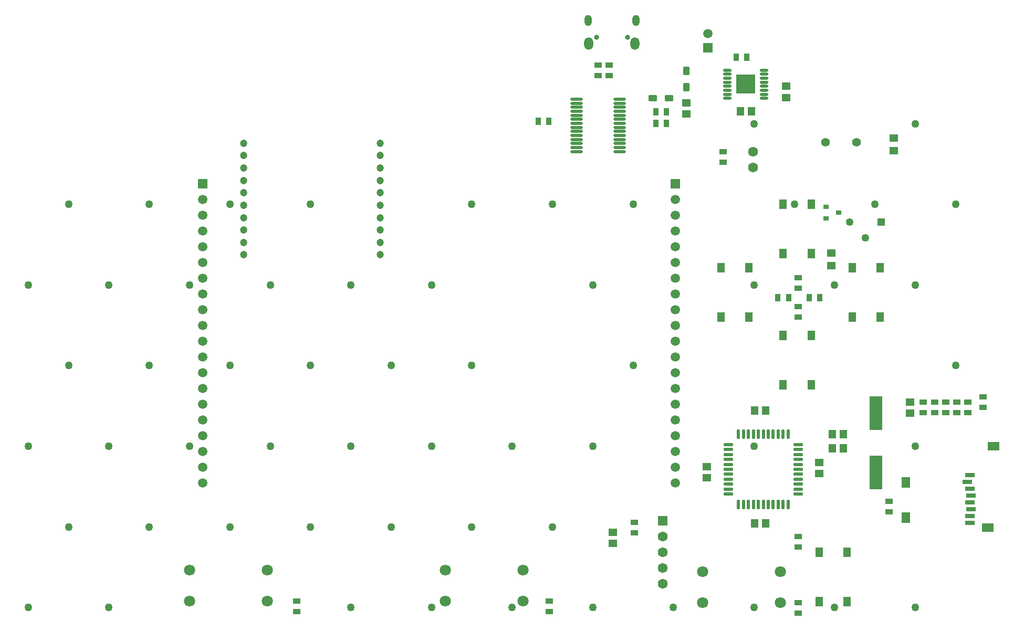
<source format=gbr>
%TF.GenerationSoftware,Altium Limited,Altium Designer,21.6.1 (37)*%
G04 Layer_Color=8388736*
%FSLAX43Y43*%
%MOMM*%
%TF.SameCoordinates,2DC9C271-DD38-4FBD-9B37-034AA9505664*%
%TF.FilePolarity,Negative*%
%TF.FileFunction,Soldermask,Top*%
%TF.Part,Single*%
G01*
G75*
%TA.AperFunction,SMDPad,CuDef*%
%ADD10R,1.300X1.550*%
G04:AMPARAMS|DCode=11|XSize=1.4mm|YSize=1mm|CornerRadius=0.2mm|HoleSize=0mm|Usage=FLASHONLY|Rotation=90.000|XOffset=0mm|YOffset=0mm|HoleType=Round|Shape=RoundedRectangle|*
%AMROUNDEDRECTD11*
21,1,1.400,0.600,0,0,90.0*
21,1,1.000,1.000,0,0,90.0*
1,1,0.400,0.300,0.500*
1,1,0.400,0.300,-0.500*
1,1,0.400,-0.300,-0.500*
1,1,0.400,-0.300,0.500*
%
%ADD11ROUNDEDRECTD11*%
%ADD12R,1.400X1.200*%
%ADD13R,1.450X1.200*%
%ADD14R,2.000X5.500*%
%ADD15R,1.300X0.850*%
%ADD16R,1.500X0.800*%
%ADD17R,1.900X1.400*%
%ADD18R,1.400X1.800*%
%ADD19O,1.600X0.550*%
%ADD20O,0.550X1.600*%
G04:AMPARAMS|DCode=21|XSize=1.4mm|YSize=1mm|CornerRadius=0.2mm|HoleSize=0mm|Usage=FLASHONLY|Rotation=0.000|XOffset=0mm|YOffset=0mm|HoleType=Round|Shape=RoundedRectangle|*
%AMROUNDEDRECTD21*
21,1,1.400,0.600,0,0,0.0*
21,1,1.000,1.000,0,0,0.0*
1,1,0.400,0.500,-0.300*
1,1,0.400,-0.500,-0.300*
1,1,0.400,-0.500,0.300*
1,1,0.400,0.500,0.300*
%
%ADD21ROUNDEDRECTD21*%
%ADD22O,1.400X0.450*%
%ADD23R,3.100X3.100*%
%ADD24O,2.000X0.450*%
%ADD25R,0.900X0.800*%
%ADD26R,0.850X1.300*%
%ADD27R,1.200X1.400*%
%TA.AperFunction,ComponentPad*%
%ADD31R,1.500X1.500*%
%ADD32C,1.500*%
%ADD33C,1.200*%
%ADD34C,1.600*%
%ADD35C,1.400*%
%ADD36C,1.800*%
%ADD37R,1.600X1.600*%
%ADD38R,1.250X1.250*%
%ADD39C,1.250*%
%ADD40C,0.800*%
%ADD41O,1.150X1.800*%
%ADD42O,1.450X2.000*%
%TA.AperFunction,ViaPad*%
%ADD44C,1.270*%
%ADD45C,0.750*%
D10*
X121641Y56870D02*
D03*
X126141Y64820D02*
D03*
X121641D02*
D03*
X126141Y56870D02*
D03*
X142841D02*
D03*
X147341Y64820D02*
D03*
Y56870D02*
D03*
X142841Y64820D02*
D03*
X141991Y18868D02*
D03*
X137491Y10918D02*
D03*
Y18868D02*
D03*
X141991Y10918D02*
D03*
X131711Y67100D02*
D03*
X136211Y75050D02*
D03*
X131711D02*
D03*
X136211Y67100D02*
D03*
Y45900D02*
D03*
X131711Y53850D02*
D03*
X136211D02*
D03*
X131711Y45900D02*
D03*
D11*
X116100Y93900D02*
D03*
Y96500D02*
D03*
D12*
X116100Y91416D02*
D03*
Y89616D02*
D03*
X119387Y32725D02*
D03*
Y30925D02*
D03*
X152200Y41350D02*
D03*
Y43150D02*
D03*
X137491Y33369D02*
D03*
Y31569D02*
D03*
X104250Y22150D02*
D03*
Y20350D02*
D03*
X132164Y92259D02*
D03*
Y94059D02*
D03*
D13*
X139500Y65125D02*
D03*
Y67125D02*
D03*
X149500Y85700D02*
D03*
Y83700D02*
D03*
D14*
X146691Y41300D02*
D03*
Y31800D02*
D03*
D15*
X161500Y43100D02*
D03*
Y41400D02*
D03*
X159700Y43100D02*
D03*
Y41400D02*
D03*
X157899Y43100D02*
D03*
Y41400D02*
D03*
X156099Y43100D02*
D03*
Y41400D02*
D03*
X148750Y27100D02*
D03*
Y25400D02*
D03*
X134150Y9050D02*
D03*
Y10750D02*
D03*
X122034Y83475D02*
D03*
Y81775D02*
D03*
X154299Y41400D02*
D03*
Y43100D02*
D03*
X163900Y43950D02*
D03*
Y42250D02*
D03*
X94000Y11035D02*
D03*
Y9335D02*
D03*
X53250Y11035D02*
D03*
Y9335D02*
D03*
X134161Y56795D02*
D03*
Y58495D02*
D03*
X134150Y21408D02*
D03*
Y19708D02*
D03*
X134161Y63155D02*
D03*
Y61455D02*
D03*
X107750Y23700D02*
D03*
Y22000D02*
D03*
X103683Y95800D02*
D03*
Y97500D02*
D03*
X101883Y95800D02*
D03*
Y97500D02*
D03*
D16*
X161800Y31340D02*
D03*
X161400Y30240D02*
D03*
X161800Y29140D02*
D03*
X162000Y28040D02*
D03*
X161800Y26940D02*
D03*
X162000Y25840D02*
D03*
X161800Y24740D02*
D03*
Y23640D02*
D03*
D17*
X165650Y36000D02*
D03*
X164650Y22850D02*
D03*
D18*
X151500Y30150D02*
D03*
Y24450D02*
D03*
D19*
X122850Y36275D02*
D03*
Y35475D02*
D03*
Y34675D02*
D03*
Y33875D02*
D03*
Y33075D02*
D03*
Y32275D02*
D03*
Y31475D02*
D03*
Y30675D02*
D03*
Y29875D02*
D03*
Y29075D02*
D03*
Y28275D02*
D03*
X134150D02*
D03*
Y29075D02*
D03*
Y29875D02*
D03*
Y30675D02*
D03*
Y31475D02*
D03*
Y32275D02*
D03*
Y33075D02*
D03*
Y33875D02*
D03*
Y34675D02*
D03*
Y35475D02*
D03*
Y36275D02*
D03*
D20*
X124500Y26625D02*
D03*
X125300D02*
D03*
X126100D02*
D03*
X126900D02*
D03*
X127700D02*
D03*
X128500D02*
D03*
X129300D02*
D03*
X130100D02*
D03*
X130900D02*
D03*
X131700D02*
D03*
X132500D02*
D03*
Y37925D02*
D03*
X131700D02*
D03*
X130900D02*
D03*
X130100D02*
D03*
X129300D02*
D03*
X128500D02*
D03*
X127700D02*
D03*
X126900D02*
D03*
X126100D02*
D03*
X125300D02*
D03*
X124500D02*
D03*
D21*
X113300Y92100D02*
D03*
X110700D02*
D03*
D22*
X122734Y92759D02*
D03*
Y92109D02*
D03*
Y94059D02*
D03*
Y93409D02*
D03*
Y94709D02*
D03*
Y95359D02*
D03*
Y96009D02*
D03*
Y96659D02*
D03*
X128634Y92759D02*
D03*
Y92109D02*
D03*
Y93409D02*
D03*
Y94059D02*
D03*
Y94709D02*
D03*
Y95359D02*
D03*
Y96009D02*
D03*
Y96659D02*
D03*
D23*
X125684Y94384D02*
D03*
D24*
X105333Y83525D02*
D03*
Y84175D02*
D03*
Y84825D02*
D03*
Y85475D02*
D03*
Y86125D02*
D03*
Y86775D02*
D03*
Y87425D02*
D03*
Y88075D02*
D03*
Y88725D02*
D03*
Y89375D02*
D03*
Y90025D02*
D03*
Y90675D02*
D03*
Y91325D02*
D03*
Y91975D02*
D03*
X98433Y83525D02*
D03*
Y84175D02*
D03*
Y84825D02*
D03*
Y85475D02*
D03*
Y86125D02*
D03*
Y86775D02*
D03*
Y87425D02*
D03*
Y88075D02*
D03*
Y88725D02*
D03*
Y89375D02*
D03*
Y90025D02*
D03*
Y90675D02*
D03*
Y91325D02*
D03*
Y91975D02*
D03*
D25*
X140630Y73689D02*
D03*
X138630Y74639D02*
D03*
Y72739D02*
D03*
D26*
X130861Y59985D02*
D03*
X132561D02*
D03*
X137600D02*
D03*
X135900D02*
D03*
X124134Y98750D02*
D03*
X125834D02*
D03*
X93900Y88400D02*
D03*
X92200D02*
D03*
X111150Y88075D02*
D03*
X112850D02*
D03*
X112850Y89900D02*
D03*
X111150D02*
D03*
D27*
X128875Y41750D02*
D03*
X127075D02*
D03*
X127075Y23550D02*
D03*
X128875D02*
D03*
X139600Y37925D02*
D03*
X141400D02*
D03*
X139600Y35669D02*
D03*
X141400D02*
D03*
X124795Y90009D02*
D03*
X126595D02*
D03*
D31*
X38131Y78295D02*
D03*
X119600Y100260D02*
D03*
X114341Y78295D02*
D03*
D32*
X38131Y75755D02*
D03*
Y73215D02*
D03*
Y70675D02*
D03*
Y68135D02*
D03*
Y65595D02*
D03*
Y63055D02*
D03*
Y60515D02*
D03*
Y57975D02*
D03*
Y55435D02*
D03*
Y52895D02*
D03*
Y50355D02*
D03*
Y47815D02*
D03*
Y45275D02*
D03*
Y42735D02*
D03*
Y40195D02*
D03*
Y37655D02*
D03*
Y35115D02*
D03*
Y32575D02*
D03*
Y30035D02*
D03*
X119600Y102540D02*
D03*
X114341Y30035D02*
D03*
Y32575D02*
D03*
Y35115D02*
D03*
Y37655D02*
D03*
Y40195D02*
D03*
Y42735D02*
D03*
Y45275D02*
D03*
Y47815D02*
D03*
Y50355D02*
D03*
Y52895D02*
D03*
Y55435D02*
D03*
Y57975D02*
D03*
Y60515D02*
D03*
Y63055D02*
D03*
Y65595D02*
D03*
Y68135D02*
D03*
Y70675D02*
D03*
Y73215D02*
D03*
Y75755D02*
D03*
D33*
X44750Y84870D02*
D03*
Y82870D02*
D03*
Y80870D02*
D03*
Y78870D02*
D03*
Y76870D02*
D03*
Y72870D02*
D03*
Y68870D02*
D03*
Y66870D02*
D03*
X66750Y78870D02*
D03*
Y74870D02*
D03*
Y72870D02*
D03*
Y70870D02*
D03*
Y68870D02*
D03*
Y66870D02*
D03*
Y76870D02*
D03*
Y80870D02*
D03*
Y82870D02*
D03*
Y84870D02*
D03*
X44750Y70870D02*
D03*
Y74870D02*
D03*
D34*
X126821Y80975D02*
D03*
Y83515D02*
D03*
X112250Y21408D02*
D03*
Y18868D02*
D03*
Y16328D02*
D03*
Y13788D02*
D03*
D35*
X138520Y85000D02*
D03*
X143520D02*
D03*
D36*
X77251Y16035D02*
D03*
X89751Y11035D02*
D03*
Y16035D02*
D03*
X77251Y11035D02*
D03*
X118751Y15750D02*
D03*
X131251Y10750D02*
D03*
Y15750D02*
D03*
X118751Y10750D02*
D03*
X48501Y16035D02*
D03*
X36001Y11035D02*
D03*
X48501D02*
D03*
X36001Y16035D02*
D03*
D37*
X112250Y23948D02*
D03*
D38*
X147488Y72184D02*
D03*
D39*
X142408D02*
D03*
X144948Y69644D02*
D03*
D40*
X106600Y101950D02*
D03*
X101600D02*
D03*
D41*
X107975Y104700D02*
D03*
X100225D02*
D03*
D42*
X107825Y100900D02*
D03*
X100375D02*
D03*
D44*
X153000Y88000D02*
D03*
X159500Y75000D02*
D03*
X153000Y62000D02*
D03*
X159500Y49000D02*
D03*
X153000Y36000D02*
D03*
Y10000D02*
D03*
X146500Y75000D02*
D03*
X140000Y62000D02*
D03*
Y10000D02*
D03*
X127000Y88000D02*
D03*
X133500Y75000D02*
D03*
X127000Y62000D02*
D03*
Y36000D02*
D03*
Y10000D02*
D03*
X114000D02*
D03*
X107500Y75000D02*
D03*
X101000Y62000D02*
D03*
X107500Y49000D02*
D03*
X101000Y36000D02*
D03*
Y10000D02*
D03*
X94500Y75000D02*
D03*
X88000Y36000D02*
D03*
X94500Y23000D02*
D03*
X88000Y10000D02*
D03*
X81500Y75000D02*
D03*
X75000Y62000D02*
D03*
X81500Y49000D02*
D03*
X75000Y36000D02*
D03*
X81500Y23000D02*
D03*
X75000Y10000D02*
D03*
X62000Y62000D02*
D03*
X68500Y49000D02*
D03*
X62000Y36000D02*
D03*
X68500Y23000D02*
D03*
X62000Y10000D02*
D03*
X55500Y75000D02*
D03*
X49000Y62000D02*
D03*
X55500Y49000D02*
D03*
X49000Y36000D02*
D03*
X55500Y23000D02*
D03*
X42500Y75000D02*
D03*
X36000Y62000D02*
D03*
X42500Y49000D02*
D03*
X36000Y36000D02*
D03*
X42500Y23000D02*
D03*
X29500Y75000D02*
D03*
X23000Y62000D02*
D03*
X29500Y49000D02*
D03*
X23000Y36000D02*
D03*
X29500Y23000D02*
D03*
X23000Y10000D02*
D03*
X16500Y75000D02*
D03*
X10000Y62000D02*
D03*
X16500Y49000D02*
D03*
X10000Y36000D02*
D03*
X16500Y23000D02*
D03*
X10000Y10000D02*
D03*
D45*
X124684Y93384D02*
D03*
X125684D02*
D03*
X126684D02*
D03*
X124684Y94384D02*
D03*
Y95384D02*
D03*
X125684Y94384D02*
D03*
Y95384D02*
D03*
X126684Y94384D02*
D03*
Y95384D02*
D03*
%TF.MD5,fb8dfd8fee05ca06d6a78abfcf2fa8a1*%
M02*

</source>
